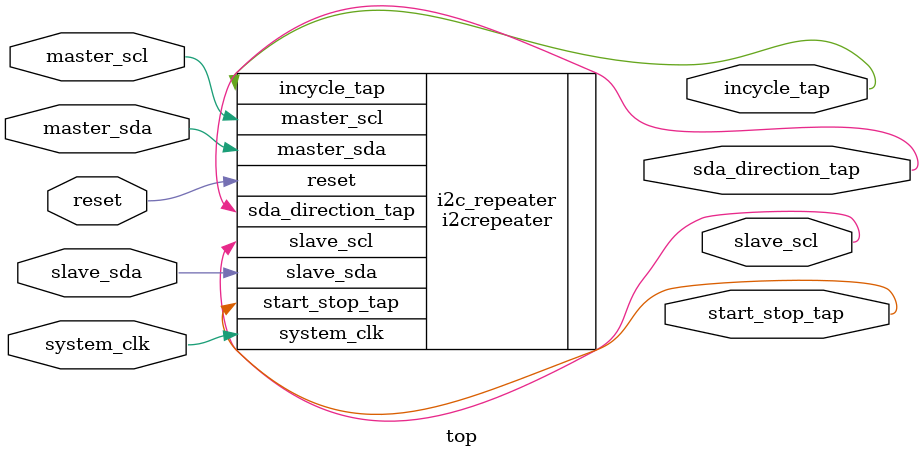
<source format=v>
module top(
    input reset,
    input system_clk,
    inout master_sda,
    input master_scl,
    output slave_scl,
    inout slave_sda,
    output sda_direction_tap,
    output start_stop_tap,
    output incycle_tap
);

// Instantiate the i2crepeater module
i2crepeater i2c_repeater (
    .reset(reset),
    .system_clk(system_clk),
    .master_sda(master_sda),
    .master_scl(master_scl),
    .slave_scl(slave_scl),
    .slave_sda(slave_sda),
    .sda_direction_tap(sda_direction_tap),
    .start_stop_tap(start_stop_tap),
    .incycle_tap(incycle_tap)
);

endmodule

</source>
